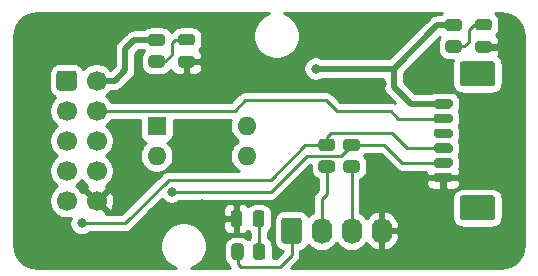
<source format=gbr>
%TF.GenerationSoftware,KiCad,Pcbnew,(5.1.8)-1*%
%TF.CreationDate,2022-04-17T09:09:35+02:00*%
%TF.ProjectId,UPDI-Adapter_V1.0,55504449-2d41-4646-9170-7465725f5631,rev?*%
%TF.SameCoordinates,Original*%
%TF.FileFunction,Copper,L1,Top*%
%TF.FilePolarity,Positive*%
%FSLAX46Y46*%
G04 Gerber Fmt 4.6, Leading zero omitted, Abs format (unit mm)*
G04 Created by KiCad (PCBNEW (5.1.8)-1) date 2022-04-17 09:09:35*
%MOMM*%
%LPD*%
G01*
G04 APERTURE LIST*
%TA.AperFunction,ComponentPad*%
%ADD10C,1.700000*%
%TD*%
%TA.AperFunction,ComponentPad*%
%ADD11O,1.740000X2.190000*%
%TD*%
%TA.AperFunction,ComponentPad*%
%ADD12R,1.600000X1.600000*%
%TD*%
%TA.AperFunction,ComponentPad*%
%ADD13O,1.600000X1.600000*%
%TD*%
%TA.AperFunction,ViaPad*%
%ADD14C,0.800000*%
%TD*%
%TA.AperFunction,Conductor*%
%ADD15C,0.500000*%
%TD*%
%TA.AperFunction,Conductor*%
%ADD16C,0.250000*%
%TD*%
%TA.AperFunction,Conductor*%
%ADD17C,0.254000*%
%TD*%
%TA.AperFunction,Conductor*%
%ADD18C,0.100000*%
%TD*%
G04 APERTURE END LIST*
%TO.P,D1,1*%
%TO.N,GND*%
%TA.AperFunction,SMDPad,CuDef*%
G36*
G01*
X51256250Y-49685000D02*
X50343750Y-49685000D01*
G75*
G02*
X50100000Y-49441250I0J243750D01*
G01*
X50100000Y-48953750D01*
G75*
G02*
X50343750Y-48710000I243750J0D01*
G01*
X51256250Y-48710000D01*
G75*
G02*
X51500000Y-48953750I0J-243750D01*
G01*
X51500000Y-49441250D01*
G75*
G02*
X51256250Y-49685000I-243750J0D01*
G01*
G37*
%TD.AperFunction*%
%TO.P,D1,2*%
%TO.N,Net-(D1-Pad2)*%
%TA.AperFunction,SMDPad,CuDef*%
G36*
G01*
X51256250Y-47810000D02*
X50343750Y-47810000D01*
G75*
G02*
X50100000Y-47566250I0J243750D01*
G01*
X50100000Y-47078750D01*
G75*
G02*
X50343750Y-46835000I243750J0D01*
G01*
X51256250Y-46835000D01*
G75*
G02*
X51500000Y-47078750I0J-243750D01*
G01*
X51500000Y-47566250D01*
G75*
G02*
X51256250Y-47810000I-243750J0D01*
G01*
G37*
%TD.AperFunction*%
%TD*%
%TO.P,D2,2*%
%TO.N,Net-(D2-Pad2)*%
%TA.AperFunction,SMDPad,CuDef*%
G36*
G01*
X76402250Y-46540000D02*
X75489750Y-46540000D01*
G75*
G02*
X75246000Y-46296250I0J243750D01*
G01*
X75246000Y-45808750D01*
G75*
G02*
X75489750Y-45565000I243750J0D01*
G01*
X76402250Y-45565000D01*
G75*
G02*
X76646000Y-45808750I0J-243750D01*
G01*
X76646000Y-46296250D01*
G75*
G02*
X76402250Y-46540000I-243750J0D01*
G01*
G37*
%TD.AperFunction*%
%TO.P,D2,1*%
%TO.N,GND*%
%TA.AperFunction,SMDPad,CuDef*%
G36*
G01*
X76402250Y-48415000D02*
X75489750Y-48415000D01*
G75*
G02*
X75246000Y-48171250I0J243750D01*
G01*
X75246000Y-47683750D01*
G75*
G02*
X75489750Y-47440000I243750J0D01*
G01*
X76402250Y-47440000D01*
G75*
G02*
X76646000Y-47683750I0J-243750D01*
G01*
X76646000Y-48171250D01*
G75*
G02*
X76402250Y-48415000I-243750J0D01*
G01*
G37*
%TD.AperFunction*%
%TD*%
%TO.P,J1,1*%
%TO.N,/EXA_TX*%
%TA.AperFunction,ComponentPad*%
G36*
G01*
X39790000Y-51400000D02*
X39790000Y-50200000D01*
G75*
G02*
X40040000Y-49950000I250000J0D01*
G01*
X41240000Y-49950000D01*
G75*
G02*
X41490000Y-50200000I0J-250000D01*
G01*
X41490000Y-51400000D01*
G75*
G02*
X41240000Y-51650000I-250000J0D01*
G01*
X40040000Y-51650000D01*
G75*
G02*
X39790000Y-51400000I0J250000D01*
G01*
G37*
%TD.AperFunction*%
D10*
%TO.P,J1,3*%
%TO.N,Net-(J1-Pad3)*%
X40640000Y-53340000D03*
%TO.P,J1,5*%
%TO.N,Net-(J1-Pad5)*%
X40640000Y-55880000D03*
%TO.P,J1,7*%
%TO.N,Net-(J1-Pad7)*%
X40640000Y-58420000D03*
%TO.P,J1,9*%
%TO.N,/EXA_RX*%
X40640000Y-60960000D03*
%TO.P,J1,2*%
%TO.N,Net-(J1-Pad2)*%
X43180000Y-50800000D03*
%TO.P,J1,4*%
%TO.N,/UPDI*%
X43180000Y-53340000D03*
%TO.P,J1,6*%
%TO.N,Net-(J1-Pad6)*%
X43180000Y-55880000D03*
%TO.P,J1,8*%
%TO.N,Net-(J1-Pad8)*%
X43180000Y-58420000D03*
%TO.P,J1,10*%
%TO.N,GND*%
X43180000Y-60960000D03*
%TD*%
%TO.P,J2,1*%
%TO.N,/J2_PWR*%
%TA.AperFunction,ComponentPad*%
G36*
G01*
X58820000Y-64345001D02*
X58820000Y-62654999D01*
G75*
G02*
X59069999Y-62405000I249999J0D01*
G01*
X60310001Y-62405000D01*
G75*
G02*
X60560000Y-62654999I0J-249999D01*
G01*
X60560000Y-64345001D01*
G75*
G02*
X60310001Y-64595000I-249999J0D01*
G01*
X59069999Y-64595000D01*
G75*
G02*
X58820000Y-64345001I0J249999D01*
G01*
G37*
%TD.AperFunction*%
D11*
%TO.P,J2,2*%
%TO.N,Net-(J2-Pad2)*%
X62230000Y-63500000D03*
%TO.P,J2,3*%
%TO.N,Net-(J2-Pad3)*%
X64770000Y-63500000D03*
%TO.P,J2,4*%
%TO.N,GND*%
X67310000Y-63500000D03*
%TD*%
%TO.P,R1,1*%
%TO.N,Net-(D1-Pad2)*%
%TA.AperFunction,SMDPad,CuDef*%
G36*
G01*
X48710001Y-49685000D02*
X47809999Y-49685000D01*
G75*
G02*
X47560000Y-49435001I0J249999D01*
G01*
X47560000Y-48909999D01*
G75*
G02*
X47809999Y-48660000I249999J0D01*
G01*
X48710001Y-48660000D01*
G75*
G02*
X48960000Y-48909999I0J-249999D01*
G01*
X48960000Y-49435001D01*
G75*
G02*
X48710001Y-49685000I-249999J0D01*
G01*
G37*
%TD.AperFunction*%
%TO.P,R1,2*%
%TO.N,Net-(J1-Pad2)*%
%TA.AperFunction,SMDPad,CuDef*%
G36*
G01*
X48710001Y-47860000D02*
X47809999Y-47860000D01*
G75*
G02*
X47560000Y-47610001I0J249999D01*
G01*
X47560000Y-47084999D01*
G75*
G02*
X47809999Y-46835000I249999J0D01*
G01*
X48710001Y-46835000D01*
G75*
G02*
X48960000Y-47084999I0J-249999D01*
G01*
X48960000Y-47610001D01*
G75*
G02*
X48710001Y-47860000I-249999J0D01*
G01*
G37*
%TD.AperFunction*%
%TD*%
%TO.P,R2,2*%
%TO.N,VCC*%
%TA.AperFunction,SMDPad,CuDef*%
G36*
G01*
X73856001Y-46590000D02*
X72955999Y-46590000D01*
G75*
G02*
X72706000Y-46340001I0J249999D01*
G01*
X72706000Y-45814999D01*
G75*
G02*
X72955999Y-45565000I249999J0D01*
G01*
X73856001Y-45565000D01*
G75*
G02*
X74106000Y-45814999I0J-249999D01*
G01*
X74106000Y-46340001D01*
G75*
G02*
X73856001Y-46590000I-249999J0D01*
G01*
G37*
%TD.AperFunction*%
%TO.P,R2,1*%
%TO.N,Net-(D2-Pad2)*%
%TA.AperFunction,SMDPad,CuDef*%
G36*
G01*
X73856001Y-48415000D02*
X72955999Y-48415000D01*
G75*
G02*
X72706000Y-48165001I0J249999D01*
G01*
X72706000Y-47639999D01*
G75*
G02*
X72955999Y-47390000I249999J0D01*
G01*
X73856001Y-47390000D01*
G75*
G02*
X74106000Y-47639999I0J-249999D01*
G01*
X74106000Y-48165001D01*
G75*
G02*
X73856001Y-48415000I-249999J0D01*
G01*
G37*
%TD.AperFunction*%
%TD*%
%TO.P,X1,1*%
%TO.N,GND*%
%TA.AperFunction,SMDPad,CuDef*%
G36*
G01*
X73130000Y-59405000D02*
X71930000Y-59405000D01*
G75*
G02*
X71730000Y-59205000I0J200000D01*
G01*
X71730000Y-58805000D01*
G75*
G02*
X71930000Y-58605000I200000J0D01*
G01*
X73130000Y-58605000D01*
G75*
G02*
X73330000Y-58805000I0J-200000D01*
G01*
X73330000Y-59205000D01*
G75*
G02*
X73130000Y-59405000I-200000J0D01*
G01*
G37*
%TD.AperFunction*%
%TO.P,X1,2*%
%TO.N,/Tar_RX*%
%TA.AperFunction,SMDPad,CuDef*%
G36*
G01*
X73130000Y-58155000D02*
X71930000Y-58155000D01*
G75*
G02*
X71730000Y-57955000I0J200000D01*
G01*
X71730000Y-57555000D01*
G75*
G02*
X71930000Y-57355000I200000J0D01*
G01*
X73130000Y-57355000D01*
G75*
G02*
X73330000Y-57555000I0J-200000D01*
G01*
X73330000Y-57955000D01*
G75*
G02*
X73130000Y-58155000I-200000J0D01*
G01*
G37*
%TD.AperFunction*%
%TO.P,X1,3*%
%TO.N,/Tar_TX*%
%TA.AperFunction,SMDPad,CuDef*%
G36*
G01*
X73130000Y-56905000D02*
X71930000Y-56905000D01*
G75*
G02*
X71730000Y-56705000I0J200000D01*
G01*
X71730000Y-56305000D01*
G75*
G02*
X71930000Y-56105000I200000J0D01*
G01*
X73130000Y-56105000D01*
G75*
G02*
X73330000Y-56305000I0J-200000D01*
G01*
X73330000Y-56705000D01*
G75*
G02*
X73130000Y-56905000I-200000J0D01*
G01*
G37*
%TD.AperFunction*%
%TO.P,X1,4*%
%TO.N,Net-(X1-Pad4)*%
%TA.AperFunction,SMDPad,CuDef*%
G36*
G01*
X73130000Y-55655000D02*
X71930000Y-55655000D01*
G75*
G02*
X71730000Y-55455000I0J200000D01*
G01*
X71730000Y-55055000D01*
G75*
G02*
X71930000Y-54855000I200000J0D01*
G01*
X73130000Y-54855000D01*
G75*
G02*
X73330000Y-55055000I0J-200000D01*
G01*
X73330000Y-55455000D01*
G75*
G02*
X73130000Y-55655000I-200000J0D01*
G01*
G37*
%TD.AperFunction*%
%TO.P,X1,5*%
%TO.N,/UPDI*%
%TA.AperFunction,SMDPad,CuDef*%
G36*
G01*
X73130000Y-54405000D02*
X71930000Y-54405000D01*
G75*
G02*
X71730000Y-54205000I0J200000D01*
G01*
X71730000Y-53805000D01*
G75*
G02*
X71930000Y-53605000I200000J0D01*
G01*
X73130000Y-53605000D01*
G75*
G02*
X73330000Y-53805000I0J-200000D01*
G01*
X73330000Y-54205000D01*
G75*
G02*
X73130000Y-54405000I-200000J0D01*
G01*
G37*
%TD.AperFunction*%
%TO.P,X1,6*%
%TO.N,VCC*%
%TA.AperFunction,SMDPad,CuDef*%
G36*
G01*
X73130000Y-53155000D02*
X71930000Y-53155000D01*
G75*
G02*
X71730000Y-52955000I0J200000D01*
G01*
X71730000Y-52555000D01*
G75*
G02*
X71930000Y-52355000I200000J0D01*
G01*
X73130000Y-52355000D01*
G75*
G02*
X73330000Y-52555000I0J-200000D01*
G01*
X73330000Y-52955000D01*
G75*
G02*
X73130000Y-53155000I-200000J0D01*
G01*
G37*
%TD.AperFunction*%
%TO.P,X1,MP*%
%TO.N,N/C*%
%TA.AperFunction,SMDPad,CuDef*%
G36*
G01*
X76680000Y-62605000D02*
X74180000Y-62605000D01*
G75*
G02*
X73930000Y-62355000I0J250000D01*
G01*
X73930000Y-60755000D01*
G75*
G02*
X74180000Y-60505000I250000J0D01*
G01*
X76680000Y-60505000D01*
G75*
G02*
X76930000Y-60755000I0J-250000D01*
G01*
X76930000Y-62355000D01*
G75*
G02*
X76680000Y-62605000I-250000J0D01*
G01*
G37*
%TD.AperFunction*%
%TA.AperFunction,SMDPad,CuDef*%
G36*
G01*
X76680000Y-51255000D02*
X74180000Y-51255000D01*
G75*
G02*
X73930000Y-51005000I0J250000D01*
G01*
X73930000Y-49405000D01*
G75*
G02*
X74180000Y-49155000I250000J0D01*
G01*
X76680000Y-49155000D01*
G75*
G02*
X76930000Y-49405000I0J-250000D01*
G01*
X76930000Y-51005000D01*
G75*
G02*
X76680000Y-51255000I-250000J0D01*
G01*
G37*
%TD.AperFunction*%
%TD*%
%TO.P,R3,1*%
%TO.N,Net-(J2-Pad2)*%
%TA.AperFunction,SMDPad,CuDef*%
G36*
G01*
X63115002Y-58575000D02*
X62215000Y-58575000D01*
G75*
G02*
X61965001Y-58325001I0J249999D01*
G01*
X61965001Y-57799999D01*
G75*
G02*
X62215000Y-57550000I249999J0D01*
G01*
X63115002Y-57550000D01*
G75*
G02*
X63365001Y-57799999I0J-249999D01*
G01*
X63365001Y-58325001D01*
G75*
G02*
X63115002Y-58575000I-249999J0D01*
G01*
G37*
%TD.AperFunction*%
%TO.P,R3,2*%
%TO.N,/Tar_TX*%
%TA.AperFunction,SMDPad,CuDef*%
G36*
G01*
X63115002Y-56750000D02*
X62215000Y-56750000D01*
G75*
G02*
X61965001Y-56500001I0J249999D01*
G01*
X61965001Y-55974999D01*
G75*
G02*
X62215000Y-55725000I249999J0D01*
G01*
X63115002Y-55725000D01*
G75*
G02*
X63365001Y-55974999I0J-249999D01*
G01*
X63365001Y-56500001D01*
G75*
G02*
X63115002Y-56750000I-249999J0D01*
G01*
G37*
%TD.AperFunction*%
%TD*%
%TO.P,R4,2*%
%TO.N,/Tar_RX*%
%TA.AperFunction,SMDPad,CuDef*%
G36*
G01*
X65220001Y-56750000D02*
X64319999Y-56750000D01*
G75*
G02*
X64070000Y-56500001I0J249999D01*
G01*
X64070000Y-55974999D01*
G75*
G02*
X64319999Y-55725000I249999J0D01*
G01*
X65220001Y-55725000D01*
G75*
G02*
X65470000Y-55974999I0J-249999D01*
G01*
X65470000Y-56500001D01*
G75*
G02*
X65220001Y-56750000I-249999J0D01*
G01*
G37*
%TD.AperFunction*%
%TO.P,R4,1*%
%TO.N,Net-(J2-Pad3)*%
%TA.AperFunction,SMDPad,CuDef*%
G36*
G01*
X65220001Y-58575000D02*
X64319999Y-58575000D01*
G75*
G02*
X64070000Y-58325001I0J249999D01*
G01*
X64070000Y-57799999D01*
G75*
G02*
X64319999Y-57550000I249999J0D01*
G01*
X65220001Y-57550000D01*
G75*
G02*
X65470000Y-57799999I0J-249999D01*
G01*
X65470000Y-58325001D01*
G75*
G02*
X65220001Y-58575000I-249999J0D01*
G01*
G37*
%TD.AperFunction*%
%TD*%
D12*
%TO.P,SW1,1*%
%TO.N,Net-(J1-Pad2)*%
X48260000Y-54610000D03*
D13*
%TO.P,SW1,3*%
%TO.N,/J2_PWR*%
X55880000Y-57150000D03*
%TO.P,SW1,2*%
%TO.N,VCC*%
X48260000Y-57150000D03*
%TO.P,SW1,4*%
X55880000Y-54610000D03*
%TD*%
%TO.P,D3,1*%
%TO.N,GND*%
%TA.AperFunction,SMDPad,CuDef*%
G36*
G01*
X54533500Y-62940250D02*
X54533500Y-62027750D01*
G75*
G02*
X54777250Y-61784000I243750J0D01*
G01*
X55264750Y-61784000D01*
G75*
G02*
X55508500Y-62027750I0J-243750D01*
G01*
X55508500Y-62940250D01*
G75*
G02*
X55264750Y-63184000I-243750J0D01*
G01*
X54777250Y-63184000D01*
G75*
G02*
X54533500Y-62940250I0J243750D01*
G01*
G37*
%TD.AperFunction*%
%TO.P,D3,2*%
%TO.N,Net-(D3-Pad2)*%
%TA.AperFunction,SMDPad,CuDef*%
G36*
G01*
X56408500Y-62940250D02*
X56408500Y-62027750D01*
G75*
G02*
X56652250Y-61784000I243750J0D01*
G01*
X57139750Y-61784000D01*
G75*
G02*
X57383500Y-62027750I0J-243750D01*
G01*
X57383500Y-62940250D01*
G75*
G02*
X57139750Y-63184000I-243750J0D01*
G01*
X56652250Y-63184000D01*
G75*
G02*
X56408500Y-62940250I0J243750D01*
G01*
G37*
%TD.AperFunction*%
%TD*%
%TO.P,R5,1*%
%TO.N,Net-(D3-Pad2)*%
%TA.AperFunction,SMDPad,CuDef*%
G36*
G01*
X57455500Y-64827999D02*
X57455500Y-65728001D01*
G75*
G02*
X57205501Y-65978000I-249999J0D01*
G01*
X56680499Y-65978000D01*
G75*
G02*
X56430500Y-65728001I0J249999D01*
G01*
X56430500Y-64827999D01*
G75*
G02*
X56680499Y-64578000I249999J0D01*
G01*
X57205501Y-64578000D01*
G75*
G02*
X57455500Y-64827999I0J-249999D01*
G01*
G37*
%TD.AperFunction*%
%TO.P,R5,2*%
%TO.N,/J2_PWR*%
%TA.AperFunction,SMDPad,CuDef*%
G36*
G01*
X55630500Y-64827999D02*
X55630500Y-65728001D01*
G75*
G02*
X55380501Y-65978000I-249999J0D01*
G01*
X54855499Y-65978000D01*
G75*
G02*
X54605500Y-65728001I0J249999D01*
G01*
X54605500Y-64827999D01*
G75*
G02*
X54855499Y-64578000I249999J0D01*
G01*
X55380501Y-64578000D01*
G75*
G02*
X55630500Y-64827999I0J-249999D01*
G01*
G37*
%TD.AperFunction*%
%TD*%
D14*
%TO.N,GND*%
X46990000Y-51054000D03*
X78232000Y-48006000D03*
X52070000Y-61214000D03*
X67310000Y-51054000D03*
%TO.N,/Tar_TX*%
X41910000Y-62865000D03*
%TO.N,/Tar_RX*%
X49530000Y-60198000D03*
%TO.N,VCC*%
X61722000Y-49784000D03*
%TD*%
D15*
%TO.N,GND*%
X67310000Y-63500000D02*
X70866000Y-63500000D01*
X72530000Y-61836000D02*
X72530000Y-59005000D01*
X70866000Y-63500000D02*
X72530000Y-61836000D01*
X50800000Y-50038000D02*
X50800000Y-49197500D01*
X50800000Y-51054000D02*
X46990000Y-51054000D01*
X50800000Y-50038000D02*
X50800000Y-51054000D01*
X76024500Y-48006000D02*
X75946000Y-47927500D01*
X78232000Y-48006000D02*
X76024500Y-48006000D01*
D16*
X55021000Y-62484000D02*
X53086000Y-62484000D01*
X52070000Y-61468000D02*
X52070000Y-61214000D01*
X53086000Y-62484000D02*
X52070000Y-61468000D01*
D15*
X64262000Y-51054000D02*
X67310000Y-51054000D01*
X50800000Y-51054000D02*
X64262000Y-51054000D01*
D16*
%TO.N,Net-(D1-Pad2)*%
X48260000Y-49172500D02*
X48998500Y-49172500D01*
X48998500Y-49172500D02*
X49530000Y-48641000D01*
X49530000Y-48641000D02*
X49530000Y-47625000D01*
X49832500Y-47322500D02*
X50800000Y-47322500D01*
X49530000Y-47625000D02*
X49832500Y-47322500D01*
%TO.N,Net-(D2-Pad2)*%
X73406000Y-47902500D02*
X74271500Y-47902500D01*
X74271500Y-47902500D02*
X74676000Y-47498000D01*
X74676000Y-47498000D02*
X74676000Y-46482000D01*
X75105500Y-46052500D02*
X75946000Y-46052500D01*
X74676000Y-46482000D02*
X75105500Y-46052500D01*
D15*
%TO.N,Net-(J1-Pad2)*%
X43180000Y-50800000D02*
X44704000Y-50800000D01*
X44704000Y-50800000D02*
X45593000Y-49911000D01*
X45593000Y-49911000D02*
X45593000Y-48133000D01*
X46378500Y-47347500D02*
X48260000Y-47347500D01*
X45593000Y-48133000D02*
X46378500Y-47347500D01*
D16*
%TO.N,/UPDI*%
X68737000Y-54005000D02*
X72530000Y-54005000D01*
X68072000Y-53340000D02*
X68737000Y-54005000D01*
X63500000Y-53340000D02*
X68072000Y-53340000D01*
X62611000Y-52451000D02*
X63500000Y-53340000D01*
X55753000Y-52451000D02*
X62611000Y-52451000D01*
X54864000Y-53340000D02*
X55753000Y-52451000D01*
X43180000Y-53340000D02*
X54864000Y-53340000D01*
%TO.N,/Tar_TX*%
X62665001Y-56237500D02*
X62665001Y-55571999D01*
X62665001Y-55571999D02*
X62992000Y-55245000D01*
X62992000Y-55245000D02*
X68199000Y-55245000D01*
X69459000Y-56505000D02*
X72530000Y-56505000D01*
X68199000Y-55245000D02*
X69459000Y-56505000D01*
X61618500Y-56237500D02*
X62665001Y-56237500D01*
X49276000Y-59182000D02*
X57912000Y-59182000D01*
X45593000Y-62865000D02*
X49276000Y-59182000D01*
X60856500Y-56237500D02*
X61618500Y-56237500D01*
X57912000Y-59182000D02*
X60856500Y-56237500D01*
X41910000Y-62865000D02*
X45593000Y-62865000D01*
%TO.N,/Tar_RX*%
X64770000Y-56237500D02*
X67540500Y-56237500D01*
X69058000Y-57755000D02*
X72530000Y-57755000D01*
X67540500Y-56237500D02*
X69058000Y-57755000D01*
X57658000Y-60198000D02*
X57912000Y-60198000D01*
X49530000Y-60198000D02*
X57658000Y-60198000D01*
X57912000Y-60198000D02*
X60960000Y-57150000D01*
X63857500Y-57150000D02*
X64770000Y-56237500D01*
X60960000Y-57150000D02*
X63857500Y-57150000D01*
D15*
%TO.N,VCC*%
X62287685Y-49784000D02*
X61722000Y-49784000D01*
X68326000Y-49784000D02*
X62287685Y-49784000D01*
X72032500Y-46077500D02*
X68326000Y-49784000D01*
X73406000Y-46077500D02*
X72032500Y-46077500D01*
X68326000Y-49784000D02*
X68326000Y-51308000D01*
X69773000Y-52755000D02*
X72530000Y-52755000D01*
X68326000Y-51308000D02*
X69773000Y-52755000D01*
D16*
%TO.N,Net-(J2-Pad2)*%
X62230000Y-63500000D02*
X62230000Y-60833000D01*
X62665001Y-60397999D02*
X62665001Y-58062500D01*
X62230000Y-60833000D02*
X62665001Y-60397999D01*
%TO.N,Net-(J2-Pad3)*%
X64770000Y-63500000D02*
X64770000Y-58062500D01*
%TO.N,/J2_PWR*%
X55118000Y-65278000D02*
X55118000Y-66294000D01*
X55118000Y-66294000D02*
X55372000Y-66548000D01*
X55372000Y-66548000D02*
X58674000Y-66548000D01*
X59690000Y-65532000D02*
X59690000Y-63500000D01*
X58674000Y-66548000D02*
X59690000Y-65532000D01*
%TO.N,Net-(D3-Pad2)*%
X56943000Y-62531000D02*
X56896000Y-62484000D01*
X56943000Y-65278000D02*
X56943000Y-62531000D01*
%TD*%
D17*
%TO.N,GND*%
X77834545Y-45148909D02*
X78185208Y-45254780D01*
X78508625Y-45426744D01*
X78792484Y-45658254D01*
X79025965Y-45940486D01*
X79200183Y-46262695D01*
X79308502Y-46612614D01*
X79350001Y-47007452D01*
X79350000Y-64737721D01*
X79311091Y-65134545D01*
X79205220Y-65485206D01*
X79033257Y-65808623D01*
X78801748Y-66092482D01*
X78519514Y-66325965D01*
X78197304Y-66500184D01*
X77847385Y-66608502D01*
X77452557Y-66650000D01*
X59646801Y-66650000D01*
X60201004Y-66095798D01*
X60230001Y-66072001D01*
X60285804Y-66004005D01*
X60324974Y-65956277D01*
X60395546Y-65824247D01*
X60403205Y-65798997D01*
X60439003Y-65680986D01*
X60450000Y-65569333D01*
X60450000Y-65569323D01*
X60453676Y-65532000D01*
X60450000Y-65494678D01*
X60450000Y-65219283D01*
X60483255Y-65216008D01*
X60649851Y-65165472D01*
X60803387Y-65083405D01*
X60937962Y-64972962D01*
X61048405Y-64838387D01*
X61106934Y-64728886D01*
X61160655Y-64794345D01*
X61389822Y-64982417D01*
X61651276Y-65122166D01*
X61934969Y-65208224D01*
X62230000Y-65237282D01*
X62525032Y-65208224D01*
X62808725Y-65122166D01*
X63070179Y-64982417D01*
X63299345Y-64794345D01*
X63487417Y-64565179D01*
X63500000Y-64541638D01*
X63512583Y-64565179D01*
X63700655Y-64794345D01*
X63929822Y-64982417D01*
X64191276Y-65122166D01*
X64474969Y-65208224D01*
X64770000Y-65237282D01*
X65065032Y-65208224D01*
X65348725Y-65122166D01*
X65610179Y-64982417D01*
X65839345Y-64794345D01*
X66027417Y-64565179D01*
X66042560Y-64536848D01*
X66135292Y-64677433D01*
X66343674Y-64888306D01*
X66589191Y-65054474D01*
X66862409Y-65169551D01*
X66949969Y-65186302D01*
X67183000Y-65065246D01*
X67183000Y-63627000D01*
X67437000Y-63627000D01*
X67437000Y-65065246D01*
X67670031Y-65186302D01*
X67757591Y-65169551D01*
X68030809Y-65054474D01*
X68276326Y-64888306D01*
X68484708Y-64677433D01*
X68647947Y-64429958D01*
X68759769Y-64155392D01*
X68815877Y-63864286D01*
X68660376Y-63627000D01*
X67437000Y-63627000D01*
X67183000Y-63627000D01*
X67163000Y-63627000D01*
X67163000Y-63373000D01*
X67183000Y-63373000D01*
X67183000Y-61934754D01*
X67437000Y-61934754D01*
X67437000Y-63373000D01*
X68660376Y-63373000D01*
X68815877Y-63135714D01*
X68759769Y-62844608D01*
X68647947Y-62570042D01*
X68484708Y-62322567D01*
X68276326Y-62111694D01*
X68030809Y-61945526D01*
X67757591Y-61830449D01*
X67670031Y-61813698D01*
X67437000Y-61934754D01*
X67183000Y-61934754D01*
X66949969Y-61813698D01*
X66862409Y-61830449D01*
X66589191Y-61945526D01*
X66343674Y-62111694D01*
X66135292Y-62322567D01*
X66042560Y-62463152D01*
X66027417Y-62434821D01*
X65839345Y-62205655D01*
X65610178Y-62017583D01*
X65530000Y-61974727D01*
X65530000Y-60755000D01*
X73291928Y-60755000D01*
X73291928Y-62355000D01*
X73308992Y-62528254D01*
X73359528Y-62694850D01*
X73441595Y-62848386D01*
X73552038Y-62982962D01*
X73686614Y-63093405D01*
X73840150Y-63175472D01*
X74006746Y-63226008D01*
X74180000Y-63243072D01*
X76680000Y-63243072D01*
X76853254Y-63226008D01*
X77019850Y-63175472D01*
X77173386Y-63093405D01*
X77307962Y-62982962D01*
X77418405Y-62848386D01*
X77500472Y-62694850D01*
X77551008Y-62528254D01*
X77568072Y-62355000D01*
X77568072Y-60755000D01*
X77551008Y-60581746D01*
X77500472Y-60415150D01*
X77418405Y-60261614D01*
X77307962Y-60127038D01*
X77173386Y-60016595D01*
X77019850Y-59934528D01*
X76853254Y-59883992D01*
X76680000Y-59866928D01*
X74180000Y-59866928D01*
X74006746Y-59883992D01*
X73840150Y-59934528D01*
X73686614Y-60016595D01*
X73552038Y-60127038D01*
X73441595Y-60261614D01*
X73359528Y-60415150D01*
X73308992Y-60581746D01*
X73291928Y-60755000D01*
X65530000Y-60755000D01*
X65530000Y-59405000D01*
X71091928Y-59405000D01*
X71104188Y-59529482D01*
X71140498Y-59649180D01*
X71199463Y-59759494D01*
X71278815Y-59856185D01*
X71375506Y-59935537D01*
X71485820Y-59994502D01*
X71605518Y-60030812D01*
X71730000Y-60043072D01*
X72244250Y-60040000D01*
X72403000Y-59881250D01*
X72403000Y-59132000D01*
X72657000Y-59132000D01*
X72657000Y-59881250D01*
X72815750Y-60040000D01*
X73330000Y-60043072D01*
X73454482Y-60030812D01*
X73574180Y-59994502D01*
X73684494Y-59935537D01*
X73781185Y-59856185D01*
X73860537Y-59759494D01*
X73919502Y-59649180D01*
X73955812Y-59529482D01*
X73968072Y-59405000D01*
X73965000Y-59290750D01*
X73806250Y-59132000D01*
X72657000Y-59132000D01*
X72403000Y-59132000D01*
X71253750Y-59132000D01*
X71095000Y-59290750D01*
X71091928Y-59405000D01*
X65530000Y-59405000D01*
X65530000Y-59154527D01*
X65559851Y-59145472D01*
X65713387Y-59063405D01*
X65847962Y-58952962D01*
X65958405Y-58818387D01*
X66040472Y-58664851D01*
X66091008Y-58498255D01*
X66108072Y-58325001D01*
X66108072Y-57799999D01*
X66091008Y-57626745D01*
X66040472Y-57460149D01*
X65958405Y-57306613D01*
X65847962Y-57172038D01*
X65821109Y-57150000D01*
X65847962Y-57127962D01*
X65955030Y-56997500D01*
X67225699Y-56997500D01*
X68494201Y-58266003D01*
X68517999Y-58295001D01*
X68546997Y-58318799D01*
X68633723Y-58389974D01*
X68714213Y-58432997D01*
X68765753Y-58460546D01*
X68909014Y-58504003D01*
X69020667Y-58515000D01*
X69020676Y-58515000D01*
X69057999Y-58518676D01*
X69095322Y-58515000D01*
X71100792Y-58515000D01*
X71091928Y-58605000D01*
X71095000Y-58719250D01*
X71253750Y-58878000D01*
X72403000Y-58878000D01*
X72403000Y-58858000D01*
X72657000Y-58858000D01*
X72657000Y-58878000D01*
X73806250Y-58878000D01*
X73965000Y-58719250D01*
X73968072Y-58605000D01*
X73955812Y-58480518D01*
X73919502Y-58360820D01*
X73889145Y-58304027D01*
X73904278Y-58275716D01*
X73951969Y-58118500D01*
X73968072Y-57955000D01*
X73968072Y-57555000D01*
X73951969Y-57391500D01*
X73904278Y-57234284D01*
X73848537Y-57130000D01*
X73904278Y-57025716D01*
X73951969Y-56868500D01*
X73968072Y-56705000D01*
X73968072Y-56305000D01*
X73951969Y-56141500D01*
X73904278Y-55984284D01*
X73848537Y-55880000D01*
X73904278Y-55775716D01*
X73951969Y-55618500D01*
X73968072Y-55455000D01*
X73968072Y-55055000D01*
X73951969Y-54891500D01*
X73904278Y-54734284D01*
X73848537Y-54630000D01*
X73904278Y-54525716D01*
X73951969Y-54368500D01*
X73968072Y-54205000D01*
X73968072Y-53805000D01*
X73951969Y-53641500D01*
X73904278Y-53484284D01*
X73848537Y-53380000D01*
X73904278Y-53275716D01*
X73951969Y-53118500D01*
X73968072Y-52955000D01*
X73968072Y-52555000D01*
X73951969Y-52391500D01*
X73904278Y-52234284D01*
X73826831Y-52089392D01*
X73722606Y-51962394D01*
X73595608Y-51858169D01*
X73450716Y-51780722D01*
X73293500Y-51733031D01*
X73130000Y-51716928D01*
X71930000Y-51716928D01*
X71766500Y-51733031D01*
X71609284Y-51780722D01*
X71464392Y-51858169D01*
X71449976Y-51870000D01*
X70139579Y-51870000D01*
X69211000Y-50941422D01*
X69211000Y-50150578D01*
X72229627Y-47131951D01*
X72217595Y-47146613D01*
X72135528Y-47300149D01*
X72084992Y-47466745D01*
X72067928Y-47639999D01*
X72067928Y-48165001D01*
X72084992Y-48338255D01*
X72135528Y-48504851D01*
X72217595Y-48658387D01*
X72328038Y-48792962D01*
X72462613Y-48903405D01*
X72616149Y-48985472D01*
X72782745Y-49036008D01*
X72955999Y-49053072D01*
X73365984Y-49053072D01*
X73359528Y-49065150D01*
X73308992Y-49231746D01*
X73291928Y-49405000D01*
X73291928Y-51005000D01*
X73308992Y-51178254D01*
X73359528Y-51344850D01*
X73441595Y-51498386D01*
X73552038Y-51632962D01*
X73686614Y-51743405D01*
X73840150Y-51825472D01*
X74006746Y-51876008D01*
X74180000Y-51893072D01*
X76680000Y-51893072D01*
X76853254Y-51876008D01*
X77019850Y-51825472D01*
X77173386Y-51743405D01*
X77307962Y-51632962D01*
X77418405Y-51498386D01*
X77500472Y-51344850D01*
X77551008Y-51178254D01*
X77568072Y-51005000D01*
X77568072Y-49405000D01*
X77551008Y-49231746D01*
X77500472Y-49065150D01*
X77418405Y-48911614D01*
X77307962Y-48777038D01*
X77213807Y-48699768D01*
X77235502Y-48659180D01*
X77271812Y-48539482D01*
X77284072Y-48415000D01*
X77281000Y-48213250D01*
X77122250Y-48054500D01*
X76073000Y-48054500D01*
X76073000Y-48074500D01*
X75819000Y-48074500D01*
X75819000Y-48054500D01*
X75799000Y-48054500D01*
X75799000Y-47800500D01*
X75819000Y-47800500D01*
X75819000Y-47780500D01*
X76073000Y-47780500D01*
X76073000Y-47800500D01*
X77122250Y-47800500D01*
X77281000Y-47641750D01*
X77284072Y-47440000D01*
X77271812Y-47315518D01*
X77235502Y-47195820D01*
X77176537Y-47085506D01*
X77097185Y-46988815D01*
X77019436Y-46925008D01*
X77025792Y-46919792D01*
X77135458Y-46786164D01*
X77216947Y-46633709D01*
X77267128Y-46468285D01*
X77284072Y-46296250D01*
X77284072Y-45808750D01*
X77267128Y-45636715D01*
X77216947Y-45471291D01*
X77135458Y-45318836D01*
X77025792Y-45185208D01*
X76934151Y-45110000D01*
X77437721Y-45110000D01*
X77834545Y-45148909D01*
%TA.AperFunction,Conductor*%
D18*
G36*
X77834545Y-45148909D02*
G01*
X78185208Y-45254780D01*
X78508625Y-45426744D01*
X78792484Y-45658254D01*
X79025965Y-45940486D01*
X79200183Y-46262695D01*
X79308502Y-46612614D01*
X79350001Y-47007452D01*
X79350000Y-64737721D01*
X79311091Y-65134545D01*
X79205220Y-65485206D01*
X79033257Y-65808623D01*
X78801748Y-66092482D01*
X78519514Y-66325965D01*
X78197304Y-66500184D01*
X77847385Y-66608502D01*
X77452557Y-66650000D01*
X59646801Y-66650000D01*
X60201004Y-66095798D01*
X60230001Y-66072001D01*
X60285804Y-66004005D01*
X60324974Y-65956277D01*
X60395546Y-65824247D01*
X60403205Y-65798997D01*
X60439003Y-65680986D01*
X60450000Y-65569333D01*
X60450000Y-65569323D01*
X60453676Y-65532000D01*
X60450000Y-65494678D01*
X60450000Y-65219283D01*
X60483255Y-65216008D01*
X60649851Y-65165472D01*
X60803387Y-65083405D01*
X60937962Y-64972962D01*
X61048405Y-64838387D01*
X61106934Y-64728886D01*
X61160655Y-64794345D01*
X61389822Y-64982417D01*
X61651276Y-65122166D01*
X61934969Y-65208224D01*
X62230000Y-65237282D01*
X62525032Y-65208224D01*
X62808725Y-65122166D01*
X63070179Y-64982417D01*
X63299345Y-64794345D01*
X63487417Y-64565179D01*
X63500000Y-64541638D01*
X63512583Y-64565179D01*
X63700655Y-64794345D01*
X63929822Y-64982417D01*
X64191276Y-65122166D01*
X64474969Y-65208224D01*
X64770000Y-65237282D01*
X65065032Y-65208224D01*
X65348725Y-65122166D01*
X65610179Y-64982417D01*
X65839345Y-64794345D01*
X66027417Y-64565179D01*
X66042560Y-64536848D01*
X66135292Y-64677433D01*
X66343674Y-64888306D01*
X66589191Y-65054474D01*
X66862409Y-65169551D01*
X66949969Y-65186302D01*
X67183000Y-65065246D01*
X67183000Y-63627000D01*
X67437000Y-63627000D01*
X67437000Y-65065246D01*
X67670031Y-65186302D01*
X67757591Y-65169551D01*
X68030809Y-65054474D01*
X68276326Y-64888306D01*
X68484708Y-64677433D01*
X68647947Y-64429958D01*
X68759769Y-64155392D01*
X68815877Y-63864286D01*
X68660376Y-63627000D01*
X67437000Y-63627000D01*
X67183000Y-63627000D01*
X67163000Y-63627000D01*
X67163000Y-63373000D01*
X67183000Y-63373000D01*
X67183000Y-61934754D01*
X67437000Y-61934754D01*
X67437000Y-63373000D01*
X68660376Y-63373000D01*
X68815877Y-63135714D01*
X68759769Y-62844608D01*
X68647947Y-62570042D01*
X68484708Y-62322567D01*
X68276326Y-62111694D01*
X68030809Y-61945526D01*
X67757591Y-61830449D01*
X67670031Y-61813698D01*
X67437000Y-61934754D01*
X67183000Y-61934754D01*
X66949969Y-61813698D01*
X66862409Y-61830449D01*
X66589191Y-61945526D01*
X66343674Y-62111694D01*
X66135292Y-62322567D01*
X66042560Y-62463152D01*
X66027417Y-62434821D01*
X65839345Y-62205655D01*
X65610178Y-62017583D01*
X65530000Y-61974727D01*
X65530000Y-60755000D01*
X73291928Y-60755000D01*
X73291928Y-62355000D01*
X73308992Y-62528254D01*
X73359528Y-62694850D01*
X73441595Y-62848386D01*
X73552038Y-62982962D01*
X73686614Y-63093405D01*
X73840150Y-63175472D01*
X74006746Y-63226008D01*
X74180000Y-63243072D01*
X76680000Y-63243072D01*
X76853254Y-63226008D01*
X77019850Y-63175472D01*
X77173386Y-63093405D01*
X77307962Y-62982962D01*
X77418405Y-62848386D01*
X77500472Y-62694850D01*
X77551008Y-62528254D01*
X77568072Y-62355000D01*
X77568072Y-60755000D01*
X77551008Y-60581746D01*
X77500472Y-60415150D01*
X77418405Y-60261614D01*
X77307962Y-60127038D01*
X77173386Y-60016595D01*
X77019850Y-59934528D01*
X76853254Y-59883992D01*
X76680000Y-59866928D01*
X74180000Y-59866928D01*
X74006746Y-59883992D01*
X73840150Y-59934528D01*
X73686614Y-60016595D01*
X73552038Y-60127038D01*
X73441595Y-60261614D01*
X73359528Y-60415150D01*
X73308992Y-60581746D01*
X73291928Y-60755000D01*
X65530000Y-60755000D01*
X65530000Y-59405000D01*
X71091928Y-59405000D01*
X71104188Y-59529482D01*
X71140498Y-59649180D01*
X71199463Y-59759494D01*
X71278815Y-59856185D01*
X71375506Y-59935537D01*
X71485820Y-59994502D01*
X71605518Y-60030812D01*
X71730000Y-60043072D01*
X72244250Y-60040000D01*
X72403000Y-59881250D01*
X72403000Y-59132000D01*
X72657000Y-59132000D01*
X72657000Y-59881250D01*
X72815750Y-60040000D01*
X73330000Y-60043072D01*
X73454482Y-60030812D01*
X73574180Y-59994502D01*
X73684494Y-59935537D01*
X73781185Y-59856185D01*
X73860537Y-59759494D01*
X73919502Y-59649180D01*
X73955812Y-59529482D01*
X73968072Y-59405000D01*
X73965000Y-59290750D01*
X73806250Y-59132000D01*
X72657000Y-59132000D01*
X72403000Y-59132000D01*
X71253750Y-59132000D01*
X71095000Y-59290750D01*
X71091928Y-59405000D01*
X65530000Y-59405000D01*
X65530000Y-59154527D01*
X65559851Y-59145472D01*
X65713387Y-59063405D01*
X65847962Y-58952962D01*
X65958405Y-58818387D01*
X66040472Y-58664851D01*
X66091008Y-58498255D01*
X66108072Y-58325001D01*
X66108072Y-57799999D01*
X66091008Y-57626745D01*
X66040472Y-57460149D01*
X65958405Y-57306613D01*
X65847962Y-57172038D01*
X65821109Y-57150000D01*
X65847962Y-57127962D01*
X65955030Y-56997500D01*
X67225699Y-56997500D01*
X68494201Y-58266003D01*
X68517999Y-58295001D01*
X68546997Y-58318799D01*
X68633723Y-58389974D01*
X68714213Y-58432997D01*
X68765753Y-58460546D01*
X68909014Y-58504003D01*
X69020667Y-58515000D01*
X69020676Y-58515000D01*
X69057999Y-58518676D01*
X69095322Y-58515000D01*
X71100792Y-58515000D01*
X71091928Y-58605000D01*
X71095000Y-58719250D01*
X71253750Y-58878000D01*
X72403000Y-58878000D01*
X72403000Y-58858000D01*
X72657000Y-58858000D01*
X72657000Y-58878000D01*
X73806250Y-58878000D01*
X73965000Y-58719250D01*
X73968072Y-58605000D01*
X73955812Y-58480518D01*
X73919502Y-58360820D01*
X73889145Y-58304027D01*
X73904278Y-58275716D01*
X73951969Y-58118500D01*
X73968072Y-57955000D01*
X73968072Y-57555000D01*
X73951969Y-57391500D01*
X73904278Y-57234284D01*
X73848537Y-57130000D01*
X73904278Y-57025716D01*
X73951969Y-56868500D01*
X73968072Y-56705000D01*
X73968072Y-56305000D01*
X73951969Y-56141500D01*
X73904278Y-55984284D01*
X73848537Y-55880000D01*
X73904278Y-55775716D01*
X73951969Y-55618500D01*
X73968072Y-55455000D01*
X73968072Y-55055000D01*
X73951969Y-54891500D01*
X73904278Y-54734284D01*
X73848537Y-54630000D01*
X73904278Y-54525716D01*
X73951969Y-54368500D01*
X73968072Y-54205000D01*
X73968072Y-53805000D01*
X73951969Y-53641500D01*
X73904278Y-53484284D01*
X73848537Y-53380000D01*
X73904278Y-53275716D01*
X73951969Y-53118500D01*
X73968072Y-52955000D01*
X73968072Y-52555000D01*
X73951969Y-52391500D01*
X73904278Y-52234284D01*
X73826831Y-52089392D01*
X73722606Y-51962394D01*
X73595608Y-51858169D01*
X73450716Y-51780722D01*
X73293500Y-51733031D01*
X73130000Y-51716928D01*
X71930000Y-51716928D01*
X71766500Y-51733031D01*
X71609284Y-51780722D01*
X71464392Y-51858169D01*
X71449976Y-51870000D01*
X70139579Y-51870000D01*
X69211000Y-50941422D01*
X69211000Y-50150578D01*
X72229627Y-47131951D01*
X72217595Y-47146613D01*
X72135528Y-47300149D01*
X72084992Y-47466745D01*
X72067928Y-47639999D01*
X72067928Y-48165001D01*
X72084992Y-48338255D01*
X72135528Y-48504851D01*
X72217595Y-48658387D01*
X72328038Y-48792962D01*
X72462613Y-48903405D01*
X72616149Y-48985472D01*
X72782745Y-49036008D01*
X72955999Y-49053072D01*
X73365984Y-49053072D01*
X73359528Y-49065150D01*
X73308992Y-49231746D01*
X73291928Y-49405000D01*
X73291928Y-51005000D01*
X73308992Y-51178254D01*
X73359528Y-51344850D01*
X73441595Y-51498386D01*
X73552038Y-51632962D01*
X73686614Y-51743405D01*
X73840150Y-51825472D01*
X74006746Y-51876008D01*
X74180000Y-51893072D01*
X76680000Y-51893072D01*
X76853254Y-51876008D01*
X77019850Y-51825472D01*
X77173386Y-51743405D01*
X77307962Y-51632962D01*
X77418405Y-51498386D01*
X77500472Y-51344850D01*
X77551008Y-51178254D01*
X77568072Y-51005000D01*
X77568072Y-49405000D01*
X77551008Y-49231746D01*
X77500472Y-49065150D01*
X77418405Y-48911614D01*
X77307962Y-48777038D01*
X77213807Y-48699768D01*
X77235502Y-48659180D01*
X77271812Y-48539482D01*
X77284072Y-48415000D01*
X77281000Y-48213250D01*
X77122250Y-48054500D01*
X76073000Y-48054500D01*
X76073000Y-48074500D01*
X75819000Y-48074500D01*
X75819000Y-48054500D01*
X75799000Y-48054500D01*
X75799000Y-47800500D01*
X75819000Y-47800500D01*
X75819000Y-47780500D01*
X76073000Y-47780500D01*
X76073000Y-47800500D01*
X77122250Y-47800500D01*
X77281000Y-47641750D01*
X77284072Y-47440000D01*
X77271812Y-47315518D01*
X77235502Y-47195820D01*
X77176537Y-47085506D01*
X77097185Y-46988815D01*
X77019436Y-46925008D01*
X77025792Y-46919792D01*
X77135458Y-46786164D01*
X77216947Y-46633709D01*
X77267128Y-46468285D01*
X77284072Y-46296250D01*
X77284072Y-45808750D01*
X77267128Y-45636715D01*
X77216947Y-45471291D01*
X77135458Y-45318836D01*
X77025792Y-45185208D01*
X76934151Y-45110000D01*
X77437721Y-45110000D01*
X77834545Y-45148909D01*
G37*
%TD.AperFunction*%
D17*
X57479750Y-45230915D02*
X57154636Y-45448149D01*
X56878149Y-45724636D01*
X56660915Y-46049750D01*
X56511282Y-46410997D01*
X56435000Y-46794495D01*
X56435000Y-47185505D01*
X56511282Y-47569003D01*
X56660915Y-47930250D01*
X56878149Y-48255364D01*
X57154636Y-48531851D01*
X57479750Y-48749085D01*
X57840997Y-48898718D01*
X58224495Y-48975000D01*
X58615505Y-48975000D01*
X58999003Y-48898718D01*
X59360250Y-48749085D01*
X59685364Y-48531851D01*
X59961851Y-48255364D01*
X60179085Y-47930250D01*
X60328718Y-47569003D01*
X60405000Y-47185505D01*
X60405000Y-46794495D01*
X60328718Y-46410997D01*
X60179085Y-46049750D01*
X59961851Y-45724636D01*
X59685364Y-45448149D01*
X59360250Y-45230915D01*
X59068335Y-45110000D01*
X72421909Y-45110000D01*
X72328038Y-45187038D01*
X72323555Y-45192500D01*
X72075969Y-45192500D01*
X72032500Y-45188219D01*
X71989031Y-45192500D01*
X71989023Y-45192500D01*
X71859010Y-45205305D01*
X71692186Y-45255911D01*
X71538441Y-45338089D01*
X71437453Y-45420968D01*
X71437451Y-45420970D01*
X71403683Y-45448683D01*
X71375970Y-45482451D01*
X67959422Y-48899000D01*
X62260454Y-48899000D01*
X62212256Y-48866795D01*
X62023898Y-48788774D01*
X61823939Y-48749000D01*
X61620061Y-48749000D01*
X61420102Y-48788774D01*
X61231744Y-48866795D01*
X61062226Y-48980063D01*
X60918063Y-49124226D01*
X60804795Y-49293744D01*
X60726774Y-49482102D01*
X60687000Y-49682061D01*
X60687000Y-49885939D01*
X60726774Y-50085898D01*
X60804795Y-50274256D01*
X60918063Y-50443774D01*
X61062226Y-50587937D01*
X61231744Y-50701205D01*
X61420102Y-50779226D01*
X61620061Y-50819000D01*
X61823939Y-50819000D01*
X62023898Y-50779226D01*
X62212256Y-50701205D01*
X62260454Y-50669000D01*
X67441001Y-50669000D01*
X67441001Y-51264521D01*
X67436719Y-51308000D01*
X67453805Y-51481490D01*
X67504412Y-51648313D01*
X67586590Y-51802059D01*
X67669468Y-51903046D01*
X67669471Y-51903049D01*
X67697184Y-51936817D01*
X67730951Y-51964529D01*
X68442937Y-52676515D01*
X68364247Y-52634454D01*
X68220986Y-52590997D01*
X68109333Y-52580000D01*
X68109322Y-52580000D01*
X68072000Y-52576324D01*
X68034678Y-52580000D01*
X63814802Y-52580000D01*
X63174803Y-51940002D01*
X63151001Y-51910999D01*
X63035276Y-51816026D01*
X62903247Y-51745454D01*
X62759986Y-51701997D01*
X62648333Y-51691000D01*
X62648322Y-51691000D01*
X62611000Y-51687324D01*
X62573678Y-51691000D01*
X55790323Y-51691000D01*
X55753000Y-51687324D01*
X55715677Y-51691000D01*
X55715667Y-51691000D01*
X55604014Y-51701997D01*
X55460753Y-51745454D01*
X55328724Y-51816026D01*
X55212999Y-51910999D01*
X55189201Y-51939997D01*
X54549199Y-52580000D01*
X44458178Y-52580000D01*
X44333475Y-52393368D01*
X44126632Y-52186525D01*
X43952240Y-52070000D01*
X44126632Y-51953475D01*
X44333475Y-51746632D01*
X44374656Y-51685000D01*
X44660531Y-51685000D01*
X44704000Y-51689281D01*
X44747469Y-51685000D01*
X44747477Y-51685000D01*
X44877490Y-51672195D01*
X45044313Y-51621589D01*
X45198059Y-51539411D01*
X45332817Y-51428817D01*
X45360534Y-51395044D01*
X46188050Y-50567529D01*
X46221817Y-50539817D01*
X46332411Y-50405059D01*
X46414589Y-50251313D01*
X46465195Y-50084490D01*
X46478000Y-49954477D01*
X46478000Y-49954469D01*
X46482281Y-49911000D01*
X46478000Y-49867531D01*
X46478000Y-48499578D01*
X46745079Y-48232500D01*
X47177555Y-48232500D01*
X47182038Y-48237962D01*
X47208891Y-48260000D01*
X47182038Y-48282038D01*
X47071595Y-48416613D01*
X46989528Y-48570149D01*
X46938992Y-48736745D01*
X46921928Y-48909999D01*
X46921928Y-49435001D01*
X46938992Y-49608255D01*
X46989528Y-49774851D01*
X47071595Y-49928387D01*
X47182038Y-50062962D01*
X47316613Y-50173405D01*
X47470149Y-50255472D01*
X47636745Y-50306008D01*
X47809999Y-50323072D01*
X48710001Y-50323072D01*
X48883255Y-50306008D01*
X49049851Y-50255472D01*
X49203387Y-50173405D01*
X49337962Y-50062962D01*
X49448405Y-49928387D01*
X49487864Y-49854565D01*
X49510498Y-49929180D01*
X49569463Y-50039494D01*
X49648815Y-50136185D01*
X49745506Y-50215537D01*
X49855820Y-50274502D01*
X49975518Y-50310812D01*
X50100000Y-50323072D01*
X50514250Y-50320000D01*
X50673000Y-50161250D01*
X50673000Y-49324500D01*
X50927000Y-49324500D01*
X50927000Y-50161250D01*
X51085750Y-50320000D01*
X51500000Y-50323072D01*
X51624482Y-50310812D01*
X51744180Y-50274502D01*
X51854494Y-50215537D01*
X51951185Y-50136185D01*
X52030537Y-50039494D01*
X52089502Y-49929180D01*
X52125812Y-49809482D01*
X52138072Y-49685000D01*
X52135000Y-49483250D01*
X51976250Y-49324500D01*
X50927000Y-49324500D01*
X50673000Y-49324500D01*
X50653000Y-49324500D01*
X50653000Y-49070500D01*
X50673000Y-49070500D01*
X50673000Y-49050500D01*
X50927000Y-49050500D01*
X50927000Y-49070500D01*
X51976250Y-49070500D01*
X52135000Y-48911750D01*
X52138072Y-48710000D01*
X52125812Y-48585518D01*
X52089502Y-48465820D01*
X52030537Y-48355506D01*
X51951185Y-48258815D01*
X51873436Y-48195008D01*
X51879792Y-48189792D01*
X51989458Y-48056164D01*
X52070947Y-47903709D01*
X52121128Y-47738285D01*
X52138072Y-47566250D01*
X52138072Y-47078750D01*
X52121128Y-46906715D01*
X52070947Y-46741291D01*
X51989458Y-46588836D01*
X51879792Y-46455208D01*
X51746164Y-46345542D01*
X51593709Y-46264053D01*
X51428285Y-46213872D01*
X51256250Y-46196928D01*
X50343750Y-46196928D01*
X50171715Y-46213872D01*
X50006291Y-46264053D01*
X49853836Y-46345542D01*
X49720208Y-46455208D01*
X49610542Y-46588836D01*
X49606206Y-46596948D01*
X49540253Y-46616954D01*
X49479350Y-46649508D01*
X49448405Y-46591613D01*
X49337962Y-46457038D01*
X49203387Y-46346595D01*
X49049851Y-46264528D01*
X48883255Y-46213992D01*
X48710001Y-46196928D01*
X47809999Y-46196928D01*
X47636745Y-46213992D01*
X47470149Y-46264528D01*
X47316613Y-46346595D01*
X47182038Y-46457038D01*
X47177555Y-46462500D01*
X46421969Y-46462500D01*
X46378500Y-46458219D01*
X46335031Y-46462500D01*
X46335023Y-46462500D01*
X46205010Y-46475305D01*
X46038187Y-46525911D01*
X45897150Y-46601296D01*
X45884441Y-46608089D01*
X45783453Y-46690968D01*
X45783451Y-46690970D01*
X45749683Y-46718683D01*
X45721970Y-46752451D01*
X44997951Y-47476471D01*
X44964184Y-47504183D01*
X44936471Y-47537951D01*
X44936468Y-47537954D01*
X44853590Y-47638941D01*
X44771412Y-47792687D01*
X44720805Y-47959510D01*
X44703719Y-48133000D01*
X44708001Y-48176479D01*
X44708000Y-49544421D01*
X44359742Y-49892680D01*
X44333475Y-49853368D01*
X44126632Y-49646525D01*
X43883411Y-49484010D01*
X43613158Y-49372068D01*
X43326260Y-49315000D01*
X43033740Y-49315000D01*
X42746842Y-49372068D01*
X42476589Y-49484010D01*
X42233368Y-49646525D01*
X42046285Y-49833608D01*
X41978405Y-49706614D01*
X41867962Y-49572038D01*
X41733386Y-49461595D01*
X41579850Y-49379528D01*
X41413254Y-49328992D01*
X41240000Y-49311928D01*
X40040000Y-49311928D01*
X39866746Y-49328992D01*
X39700150Y-49379528D01*
X39546614Y-49461595D01*
X39412038Y-49572038D01*
X39301595Y-49706614D01*
X39219528Y-49860150D01*
X39168992Y-50026746D01*
X39151928Y-50200000D01*
X39151928Y-51400000D01*
X39168992Y-51573254D01*
X39219528Y-51739850D01*
X39301595Y-51893386D01*
X39412038Y-52027962D01*
X39546614Y-52138405D01*
X39673608Y-52206285D01*
X39486525Y-52393368D01*
X39324010Y-52636589D01*
X39212068Y-52906842D01*
X39155000Y-53193740D01*
X39155000Y-53486260D01*
X39212068Y-53773158D01*
X39324010Y-54043411D01*
X39486525Y-54286632D01*
X39693368Y-54493475D01*
X39867760Y-54610000D01*
X39693368Y-54726525D01*
X39486525Y-54933368D01*
X39324010Y-55176589D01*
X39212068Y-55446842D01*
X39155000Y-55733740D01*
X39155000Y-56026260D01*
X39212068Y-56313158D01*
X39324010Y-56583411D01*
X39486525Y-56826632D01*
X39693368Y-57033475D01*
X39867760Y-57150000D01*
X39693368Y-57266525D01*
X39486525Y-57473368D01*
X39324010Y-57716589D01*
X39212068Y-57986842D01*
X39155000Y-58273740D01*
X39155000Y-58566260D01*
X39212068Y-58853158D01*
X39324010Y-59123411D01*
X39486525Y-59366632D01*
X39693368Y-59573475D01*
X39867760Y-59690000D01*
X39693368Y-59806525D01*
X39486525Y-60013368D01*
X39324010Y-60256589D01*
X39212068Y-60526842D01*
X39155000Y-60813740D01*
X39155000Y-61106260D01*
X39212068Y-61393158D01*
X39324010Y-61663411D01*
X39486525Y-61906632D01*
X39693368Y-62113475D01*
X39936589Y-62275990D01*
X40206842Y-62387932D01*
X40493740Y-62445000D01*
X40786260Y-62445000D01*
X40979626Y-62406537D01*
X40914774Y-62563102D01*
X40875000Y-62763061D01*
X40875000Y-62966939D01*
X40914774Y-63166898D01*
X40992795Y-63355256D01*
X41106063Y-63524774D01*
X41250226Y-63668937D01*
X41419744Y-63782205D01*
X41608102Y-63860226D01*
X41808061Y-63900000D01*
X42011939Y-63900000D01*
X42211898Y-63860226D01*
X42400256Y-63782205D01*
X42569774Y-63668937D01*
X42613711Y-63625000D01*
X45555678Y-63625000D01*
X45593000Y-63628676D01*
X45630322Y-63625000D01*
X45630333Y-63625000D01*
X45741986Y-63614003D01*
X45885247Y-63570546D01*
X46017276Y-63499974D01*
X46133001Y-63405001D01*
X46156804Y-63375997D01*
X47748801Y-61784000D01*
X53895428Y-61784000D01*
X53898500Y-62198250D01*
X54057250Y-62357000D01*
X54894000Y-62357000D01*
X54894000Y-61307750D01*
X54735250Y-61149000D01*
X54533500Y-61145928D01*
X54409018Y-61158188D01*
X54289320Y-61194498D01*
X54179006Y-61253463D01*
X54082315Y-61332815D01*
X54002963Y-61429506D01*
X53943998Y-61539820D01*
X53907688Y-61659518D01*
X53895428Y-61784000D01*
X47748801Y-61784000D01*
X48705621Y-60827181D01*
X48726063Y-60857774D01*
X48870226Y-61001937D01*
X49039744Y-61115205D01*
X49228102Y-61193226D01*
X49428061Y-61233000D01*
X49631939Y-61233000D01*
X49831898Y-61193226D01*
X50020256Y-61115205D01*
X50189774Y-61001937D01*
X50233711Y-60958000D01*
X57874678Y-60958000D01*
X57912000Y-60961676D01*
X57949322Y-60958000D01*
X57949333Y-60958000D01*
X58060986Y-60947003D01*
X58204247Y-60903546D01*
X58336276Y-60832974D01*
X58452001Y-60738001D01*
X58475804Y-60708997D01*
X61274802Y-57910000D01*
X61326929Y-57910000D01*
X61326929Y-58325001D01*
X61343993Y-58498255D01*
X61394529Y-58664851D01*
X61476596Y-58818387D01*
X61587039Y-58952962D01*
X61721614Y-59063405D01*
X61875150Y-59145472D01*
X61905002Y-59154527D01*
X61905001Y-60083198D01*
X61718998Y-60269201D01*
X61690000Y-60292999D01*
X61666202Y-60321997D01*
X61666201Y-60321998D01*
X61595026Y-60408724D01*
X61524454Y-60540754D01*
X61480998Y-60684015D01*
X61466324Y-60833000D01*
X61470001Y-60870332D01*
X61470001Y-61974726D01*
X61389821Y-62017583D01*
X61160655Y-62205655D01*
X61106935Y-62271114D01*
X61048405Y-62161613D01*
X60937962Y-62027038D01*
X60803387Y-61916595D01*
X60649851Y-61834528D01*
X60483255Y-61783992D01*
X60310001Y-61766928D01*
X59069999Y-61766928D01*
X58896745Y-61783992D01*
X58730149Y-61834528D01*
X58576613Y-61916595D01*
X58442038Y-62027038D01*
X58331595Y-62161613D01*
X58249528Y-62315149D01*
X58198992Y-62481745D01*
X58181928Y-62654999D01*
X58181928Y-64345001D01*
X58198992Y-64518255D01*
X58249528Y-64684851D01*
X58331595Y-64838387D01*
X58442038Y-64972962D01*
X58576613Y-65083405D01*
X58730149Y-65165472D01*
X58896745Y-65216008D01*
X58928102Y-65219096D01*
X58359199Y-65788000D01*
X58087663Y-65788000D01*
X58093572Y-65728001D01*
X58093572Y-64827999D01*
X58076508Y-64654745D01*
X58025972Y-64488149D01*
X57943905Y-64334613D01*
X57833462Y-64200038D01*
X57703000Y-64092970D01*
X57703000Y-63613273D01*
X57763292Y-63563792D01*
X57872958Y-63430164D01*
X57954447Y-63277709D01*
X58004628Y-63112285D01*
X58021572Y-62940250D01*
X58021572Y-62027750D01*
X58004628Y-61855715D01*
X57954447Y-61690291D01*
X57872958Y-61537836D01*
X57763292Y-61404208D01*
X57629664Y-61294542D01*
X57477209Y-61213053D01*
X57311785Y-61162872D01*
X57139750Y-61145928D01*
X56652250Y-61145928D01*
X56480215Y-61162872D01*
X56314791Y-61213053D01*
X56162336Y-61294542D01*
X56028708Y-61404208D01*
X56023492Y-61410564D01*
X55959685Y-61332815D01*
X55862994Y-61253463D01*
X55752680Y-61194498D01*
X55632982Y-61158188D01*
X55508500Y-61145928D01*
X55306750Y-61149000D01*
X55148000Y-61307750D01*
X55148000Y-62357000D01*
X55168000Y-62357000D01*
X55168000Y-62611000D01*
X55148000Y-62611000D01*
X55148000Y-63660250D01*
X55306750Y-63819000D01*
X55508500Y-63822072D01*
X55632982Y-63809812D01*
X55752680Y-63773502D01*
X55862994Y-63714537D01*
X55959685Y-63635185D01*
X56023492Y-63557436D01*
X56028708Y-63563792D01*
X56162336Y-63673458D01*
X56183001Y-63684503D01*
X56183000Y-64092970D01*
X56052538Y-64200038D01*
X56030500Y-64226891D01*
X56008462Y-64200038D01*
X55873887Y-64089595D01*
X55720351Y-64007528D01*
X55553755Y-63956992D01*
X55380501Y-63939928D01*
X54855499Y-63939928D01*
X54682245Y-63956992D01*
X54515649Y-64007528D01*
X54362113Y-64089595D01*
X54227538Y-64200038D01*
X54117095Y-64334613D01*
X54035028Y-64488149D01*
X53984492Y-64654745D01*
X53967428Y-64827999D01*
X53967428Y-65728001D01*
X53984492Y-65901255D01*
X54035028Y-66067851D01*
X54117095Y-66221387D01*
X54227538Y-66355962D01*
X54362113Y-66466405D01*
X54378809Y-66475329D01*
X54412454Y-66586246D01*
X54446531Y-66650000D01*
X51194335Y-66650000D01*
X51486250Y-66529085D01*
X51811364Y-66311851D01*
X52087851Y-66035364D01*
X52305085Y-65710250D01*
X52454718Y-65349003D01*
X52531000Y-64965505D01*
X52531000Y-64574495D01*
X52454718Y-64190997D01*
X52305085Y-63829750D01*
X52087851Y-63504636D01*
X51811364Y-63228149D01*
X51745291Y-63184000D01*
X53895428Y-63184000D01*
X53907688Y-63308482D01*
X53943998Y-63428180D01*
X54002963Y-63538494D01*
X54082315Y-63635185D01*
X54179006Y-63714537D01*
X54289320Y-63773502D01*
X54409018Y-63809812D01*
X54533500Y-63822072D01*
X54735250Y-63819000D01*
X54894000Y-63660250D01*
X54894000Y-62611000D01*
X54057250Y-62611000D01*
X53898500Y-62769750D01*
X53895428Y-63184000D01*
X51745291Y-63184000D01*
X51486250Y-63010915D01*
X51125003Y-62861282D01*
X50741505Y-62785000D01*
X50350495Y-62785000D01*
X49966997Y-62861282D01*
X49605750Y-63010915D01*
X49280636Y-63228149D01*
X49004149Y-63504636D01*
X48786915Y-63829750D01*
X48637282Y-64190997D01*
X48561000Y-64574495D01*
X48561000Y-64965505D01*
X48637282Y-65349003D01*
X48786915Y-65710250D01*
X49004149Y-66035364D01*
X49280636Y-66311851D01*
X49605750Y-66529085D01*
X49897665Y-66650000D01*
X38132279Y-66650000D01*
X37735455Y-66611091D01*
X37384794Y-66505220D01*
X37061377Y-66333257D01*
X36777518Y-66101748D01*
X36544035Y-65819514D01*
X36369816Y-65497304D01*
X36261498Y-65147385D01*
X36220000Y-64752557D01*
X36220000Y-47022279D01*
X36258909Y-46625455D01*
X36364780Y-46274792D01*
X36536744Y-45951375D01*
X36768254Y-45667516D01*
X37050486Y-45434035D01*
X37372695Y-45259817D01*
X37722614Y-45151498D01*
X38117443Y-45110000D01*
X57771665Y-45110000D01*
X57479750Y-45230915D01*
%TA.AperFunction,Conductor*%
D18*
G36*
X57479750Y-45230915D02*
G01*
X57154636Y-45448149D01*
X56878149Y-45724636D01*
X56660915Y-46049750D01*
X56511282Y-46410997D01*
X56435000Y-46794495D01*
X56435000Y-47185505D01*
X56511282Y-47569003D01*
X56660915Y-47930250D01*
X56878149Y-48255364D01*
X57154636Y-48531851D01*
X57479750Y-48749085D01*
X57840997Y-48898718D01*
X58224495Y-48975000D01*
X58615505Y-48975000D01*
X58999003Y-48898718D01*
X59360250Y-48749085D01*
X59685364Y-48531851D01*
X59961851Y-48255364D01*
X60179085Y-47930250D01*
X60328718Y-47569003D01*
X60405000Y-47185505D01*
X60405000Y-46794495D01*
X60328718Y-46410997D01*
X60179085Y-46049750D01*
X59961851Y-45724636D01*
X59685364Y-45448149D01*
X59360250Y-45230915D01*
X59068335Y-45110000D01*
X72421909Y-45110000D01*
X72328038Y-45187038D01*
X72323555Y-45192500D01*
X72075969Y-45192500D01*
X72032500Y-45188219D01*
X71989031Y-45192500D01*
X71989023Y-45192500D01*
X71859010Y-45205305D01*
X71692186Y-45255911D01*
X71538441Y-45338089D01*
X71437453Y-45420968D01*
X71437451Y-45420970D01*
X71403683Y-45448683D01*
X71375970Y-45482451D01*
X67959422Y-48899000D01*
X62260454Y-48899000D01*
X62212256Y-48866795D01*
X62023898Y-48788774D01*
X61823939Y-48749000D01*
X61620061Y-48749000D01*
X61420102Y-48788774D01*
X61231744Y-48866795D01*
X61062226Y-48980063D01*
X60918063Y-49124226D01*
X60804795Y-49293744D01*
X60726774Y-49482102D01*
X60687000Y-49682061D01*
X60687000Y-49885939D01*
X60726774Y-50085898D01*
X60804795Y-50274256D01*
X60918063Y-50443774D01*
X61062226Y-50587937D01*
X61231744Y-50701205D01*
X61420102Y-50779226D01*
X61620061Y-50819000D01*
X61823939Y-50819000D01*
X62023898Y-50779226D01*
X62212256Y-50701205D01*
X62260454Y-50669000D01*
X67441001Y-50669000D01*
X67441001Y-51264521D01*
X67436719Y-51308000D01*
X67453805Y-51481490D01*
X67504412Y-51648313D01*
X67586590Y-51802059D01*
X67669468Y-51903046D01*
X67669471Y-51903049D01*
X67697184Y-51936817D01*
X67730951Y-51964529D01*
X68442937Y-52676515D01*
X68364247Y-52634454D01*
X68220986Y-52590997D01*
X68109333Y-52580000D01*
X68109322Y-52580000D01*
X68072000Y-52576324D01*
X68034678Y-52580000D01*
X63814802Y-52580000D01*
X63174803Y-51940002D01*
X63151001Y-51910999D01*
X63035276Y-51816026D01*
X62903247Y-51745454D01*
X62759986Y-51701997D01*
X62648333Y-51691000D01*
X62648322Y-51691000D01*
X62611000Y-51687324D01*
X62573678Y-51691000D01*
X55790323Y-51691000D01*
X55753000Y-51687324D01*
X55715677Y-51691000D01*
X55715667Y-51691000D01*
X55604014Y-51701997D01*
X55460753Y-51745454D01*
X55328724Y-51816026D01*
X55212999Y-51910999D01*
X55189201Y-51939997D01*
X54549199Y-52580000D01*
X44458178Y-52580000D01*
X44333475Y-52393368D01*
X44126632Y-52186525D01*
X43952240Y-52070000D01*
X44126632Y-51953475D01*
X44333475Y-51746632D01*
X44374656Y-51685000D01*
X44660531Y-51685000D01*
X44704000Y-51689281D01*
X44747469Y-51685000D01*
X44747477Y-51685000D01*
X44877490Y-51672195D01*
X45044313Y-51621589D01*
X45198059Y-51539411D01*
X45332817Y-51428817D01*
X45360534Y-51395044D01*
X46188050Y-50567529D01*
X46221817Y-50539817D01*
X46332411Y-50405059D01*
X46414589Y-50251313D01*
X46465195Y-50084490D01*
X46478000Y-49954477D01*
X46478000Y-49954469D01*
X46482281Y-49911000D01*
X46478000Y-49867531D01*
X46478000Y-48499578D01*
X46745079Y-48232500D01*
X47177555Y-48232500D01*
X47182038Y-48237962D01*
X47208891Y-48260000D01*
X47182038Y-48282038D01*
X47071595Y-48416613D01*
X46989528Y-48570149D01*
X46938992Y-48736745D01*
X46921928Y-48909999D01*
X46921928Y-49435001D01*
X46938992Y-49608255D01*
X46989528Y-49774851D01*
X47071595Y-49928387D01*
X47182038Y-50062962D01*
X47316613Y-50173405D01*
X47470149Y-50255472D01*
X47636745Y-50306008D01*
X47809999Y-50323072D01*
X48710001Y-50323072D01*
X48883255Y-50306008D01*
X49049851Y-50255472D01*
X49203387Y-50173405D01*
X49337962Y-50062962D01*
X49448405Y-49928387D01*
X49487864Y-49854565D01*
X49510498Y-49929180D01*
X49569463Y-50039494D01*
X49648815Y-50136185D01*
X49745506Y-50215537D01*
X49855820Y-50274502D01*
X49975518Y-50310812D01*
X50100000Y-50323072D01*
X50514250Y-50320000D01*
X50673000Y-50161250D01*
X50673000Y-49324500D01*
X50927000Y-49324500D01*
X50927000Y-50161250D01*
X51085750Y-50320000D01*
X51500000Y-50323072D01*
X51624482Y-50310812D01*
X51744180Y-50274502D01*
X51854494Y-50215537D01*
X51951185Y-50136185D01*
X52030537Y-50039494D01*
X52089502Y-49929180D01*
X52125812Y-49809482D01*
X52138072Y-49685000D01*
X52135000Y-49483250D01*
X51976250Y-49324500D01*
X50927000Y-49324500D01*
X50673000Y-49324500D01*
X50653000Y-49324500D01*
X50653000Y-49070500D01*
X50673000Y-49070500D01*
X50673000Y-49050500D01*
X50927000Y-49050500D01*
X50927000Y-49070500D01*
X51976250Y-49070500D01*
X52135000Y-48911750D01*
X52138072Y-48710000D01*
X52125812Y-48585518D01*
X52089502Y-48465820D01*
X52030537Y-48355506D01*
X51951185Y-48258815D01*
X51873436Y-48195008D01*
X51879792Y-48189792D01*
X51989458Y-48056164D01*
X52070947Y-47903709D01*
X52121128Y-47738285D01*
X52138072Y-47566250D01*
X52138072Y-47078750D01*
X52121128Y-46906715D01*
X52070947Y-46741291D01*
X51989458Y-46588836D01*
X51879792Y-46455208D01*
X51746164Y-46345542D01*
X51593709Y-46264053D01*
X51428285Y-46213872D01*
X51256250Y-46196928D01*
X50343750Y-46196928D01*
X50171715Y-46213872D01*
X50006291Y-46264053D01*
X49853836Y-46345542D01*
X49720208Y-46455208D01*
X49610542Y-46588836D01*
X49606206Y-46596948D01*
X49540253Y-46616954D01*
X49479350Y-46649508D01*
X49448405Y-46591613D01*
X49337962Y-46457038D01*
X49203387Y-46346595D01*
X49049851Y-46264528D01*
X48883255Y-46213992D01*
X48710001Y-46196928D01*
X47809999Y-46196928D01*
X47636745Y-46213992D01*
X47470149Y-46264528D01*
X47316613Y-46346595D01*
X47182038Y-46457038D01*
X47177555Y-46462500D01*
X46421969Y-46462500D01*
X46378500Y-46458219D01*
X46335031Y-46462500D01*
X46335023Y-46462500D01*
X46205010Y-46475305D01*
X46038187Y-46525911D01*
X45897150Y-46601296D01*
X45884441Y-46608089D01*
X45783453Y-46690968D01*
X45783451Y-46690970D01*
X45749683Y-46718683D01*
X45721970Y-46752451D01*
X44997951Y-47476471D01*
X44964184Y-47504183D01*
X44936471Y-47537951D01*
X44936468Y-47537954D01*
X44853590Y-47638941D01*
X44771412Y-47792687D01*
X44720805Y-47959510D01*
X44703719Y-48133000D01*
X44708001Y-48176479D01*
X44708000Y-49544421D01*
X44359742Y-49892680D01*
X44333475Y-49853368D01*
X44126632Y-49646525D01*
X43883411Y-49484010D01*
X43613158Y-49372068D01*
X43326260Y-49315000D01*
X43033740Y-49315000D01*
X42746842Y-49372068D01*
X42476589Y-49484010D01*
X42233368Y-49646525D01*
X42046285Y-49833608D01*
X41978405Y-49706614D01*
X41867962Y-49572038D01*
X41733386Y-49461595D01*
X41579850Y-49379528D01*
X41413254Y-49328992D01*
X41240000Y-49311928D01*
X40040000Y-49311928D01*
X39866746Y-49328992D01*
X39700150Y-49379528D01*
X39546614Y-49461595D01*
X39412038Y-49572038D01*
X39301595Y-49706614D01*
X39219528Y-49860150D01*
X39168992Y-50026746D01*
X39151928Y-50200000D01*
X39151928Y-51400000D01*
X39168992Y-51573254D01*
X39219528Y-51739850D01*
X39301595Y-51893386D01*
X39412038Y-52027962D01*
X39546614Y-52138405D01*
X39673608Y-52206285D01*
X39486525Y-52393368D01*
X39324010Y-52636589D01*
X39212068Y-52906842D01*
X39155000Y-53193740D01*
X39155000Y-53486260D01*
X39212068Y-53773158D01*
X39324010Y-54043411D01*
X39486525Y-54286632D01*
X39693368Y-54493475D01*
X39867760Y-54610000D01*
X39693368Y-54726525D01*
X39486525Y-54933368D01*
X39324010Y-55176589D01*
X39212068Y-55446842D01*
X39155000Y-55733740D01*
X39155000Y-56026260D01*
X39212068Y-56313158D01*
X39324010Y-56583411D01*
X39486525Y-56826632D01*
X39693368Y-57033475D01*
X39867760Y-57150000D01*
X39693368Y-57266525D01*
X39486525Y-57473368D01*
X39324010Y-57716589D01*
X39212068Y-57986842D01*
X39155000Y-58273740D01*
X39155000Y-58566260D01*
X39212068Y-58853158D01*
X39324010Y-59123411D01*
X39486525Y-59366632D01*
X39693368Y-59573475D01*
X39867760Y-59690000D01*
X39693368Y-59806525D01*
X39486525Y-60013368D01*
X39324010Y-60256589D01*
X39212068Y-60526842D01*
X39155000Y-60813740D01*
X39155000Y-61106260D01*
X39212068Y-61393158D01*
X39324010Y-61663411D01*
X39486525Y-61906632D01*
X39693368Y-62113475D01*
X39936589Y-62275990D01*
X40206842Y-62387932D01*
X40493740Y-62445000D01*
X40786260Y-62445000D01*
X40979626Y-62406537D01*
X40914774Y-62563102D01*
X40875000Y-62763061D01*
X40875000Y-62966939D01*
X40914774Y-63166898D01*
X40992795Y-63355256D01*
X41106063Y-63524774D01*
X41250226Y-63668937D01*
X41419744Y-63782205D01*
X41608102Y-63860226D01*
X41808061Y-63900000D01*
X42011939Y-63900000D01*
X42211898Y-63860226D01*
X42400256Y-63782205D01*
X42569774Y-63668937D01*
X42613711Y-63625000D01*
X45555678Y-63625000D01*
X45593000Y-63628676D01*
X45630322Y-63625000D01*
X45630333Y-63625000D01*
X45741986Y-63614003D01*
X45885247Y-63570546D01*
X46017276Y-63499974D01*
X46133001Y-63405001D01*
X46156804Y-63375997D01*
X47748801Y-61784000D01*
X53895428Y-61784000D01*
X53898500Y-62198250D01*
X54057250Y-62357000D01*
X54894000Y-62357000D01*
X54894000Y-61307750D01*
X54735250Y-61149000D01*
X54533500Y-61145928D01*
X54409018Y-61158188D01*
X54289320Y-61194498D01*
X54179006Y-61253463D01*
X54082315Y-61332815D01*
X54002963Y-61429506D01*
X53943998Y-61539820D01*
X53907688Y-61659518D01*
X53895428Y-61784000D01*
X47748801Y-61784000D01*
X48705621Y-60827181D01*
X48726063Y-60857774D01*
X48870226Y-61001937D01*
X49039744Y-61115205D01*
X49228102Y-61193226D01*
X49428061Y-61233000D01*
X49631939Y-61233000D01*
X49831898Y-61193226D01*
X50020256Y-61115205D01*
X50189774Y-61001937D01*
X50233711Y-60958000D01*
X57874678Y-60958000D01*
X57912000Y-60961676D01*
X57949322Y-60958000D01*
X57949333Y-60958000D01*
X58060986Y-60947003D01*
X58204247Y-60903546D01*
X58336276Y-60832974D01*
X58452001Y-60738001D01*
X58475804Y-60708997D01*
X61274802Y-57910000D01*
X61326929Y-57910000D01*
X61326929Y-58325001D01*
X61343993Y-58498255D01*
X61394529Y-58664851D01*
X61476596Y-58818387D01*
X61587039Y-58952962D01*
X61721614Y-59063405D01*
X61875150Y-59145472D01*
X61905002Y-59154527D01*
X61905001Y-60083198D01*
X61718998Y-60269201D01*
X61690000Y-60292999D01*
X61666202Y-60321997D01*
X61666201Y-60321998D01*
X61595026Y-60408724D01*
X61524454Y-60540754D01*
X61480998Y-60684015D01*
X61466324Y-60833000D01*
X61470001Y-60870332D01*
X61470001Y-61974726D01*
X61389821Y-62017583D01*
X61160655Y-62205655D01*
X61106935Y-62271114D01*
X61048405Y-62161613D01*
X60937962Y-62027038D01*
X60803387Y-61916595D01*
X60649851Y-61834528D01*
X60483255Y-61783992D01*
X60310001Y-61766928D01*
X59069999Y-61766928D01*
X58896745Y-61783992D01*
X58730149Y-61834528D01*
X58576613Y-61916595D01*
X58442038Y-62027038D01*
X58331595Y-62161613D01*
X58249528Y-62315149D01*
X58198992Y-62481745D01*
X58181928Y-62654999D01*
X58181928Y-64345001D01*
X58198992Y-64518255D01*
X58249528Y-64684851D01*
X58331595Y-64838387D01*
X58442038Y-64972962D01*
X58576613Y-65083405D01*
X58730149Y-65165472D01*
X58896745Y-65216008D01*
X58928102Y-65219096D01*
X58359199Y-65788000D01*
X58087663Y-65788000D01*
X58093572Y-65728001D01*
X58093572Y-64827999D01*
X58076508Y-64654745D01*
X58025972Y-64488149D01*
X57943905Y-64334613D01*
X57833462Y-64200038D01*
X57703000Y-64092970D01*
X57703000Y-63613273D01*
X57763292Y-63563792D01*
X57872958Y-63430164D01*
X57954447Y-63277709D01*
X58004628Y-63112285D01*
X58021572Y-62940250D01*
X58021572Y-62027750D01*
X58004628Y-61855715D01*
X57954447Y-61690291D01*
X57872958Y-61537836D01*
X57763292Y-61404208D01*
X57629664Y-61294542D01*
X57477209Y-61213053D01*
X57311785Y-61162872D01*
X57139750Y-61145928D01*
X56652250Y-61145928D01*
X56480215Y-61162872D01*
X56314791Y-61213053D01*
X56162336Y-61294542D01*
X56028708Y-61404208D01*
X56023492Y-61410564D01*
X55959685Y-61332815D01*
X55862994Y-61253463D01*
X55752680Y-61194498D01*
X55632982Y-61158188D01*
X55508500Y-61145928D01*
X55306750Y-61149000D01*
X55148000Y-61307750D01*
X55148000Y-62357000D01*
X55168000Y-62357000D01*
X55168000Y-62611000D01*
X55148000Y-62611000D01*
X55148000Y-63660250D01*
X55306750Y-63819000D01*
X55508500Y-63822072D01*
X55632982Y-63809812D01*
X55752680Y-63773502D01*
X55862994Y-63714537D01*
X55959685Y-63635185D01*
X56023492Y-63557436D01*
X56028708Y-63563792D01*
X56162336Y-63673458D01*
X56183001Y-63684503D01*
X56183000Y-64092970D01*
X56052538Y-64200038D01*
X56030500Y-64226891D01*
X56008462Y-64200038D01*
X55873887Y-64089595D01*
X55720351Y-64007528D01*
X55553755Y-63956992D01*
X55380501Y-63939928D01*
X54855499Y-63939928D01*
X54682245Y-63956992D01*
X54515649Y-64007528D01*
X54362113Y-64089595D01*
X54227538Y-64200038D01*
X54117095Y-64334613D01*
X54035028Y-64488149D01*
X53984492Y-64654745D01*
X53967428Y-64827999D01*
X53967428Y-65728001D01*
X53984492Y-65901255D01*
X54035028Y-66067851D01*
X54117095Y-66221387D01*
X54227538Y-66355962D01*
X54362113Y-66466405D01*
X54378809Y-66475329D01*
X54412454Y-66586246D01*
X54446531Y-66650000D01*
X51194335Y-66650000D01*
X51486250Y-66529085D01*
X51811364Y-66311851D01*
X52087851Y-66035364D01*
X52305085Y-65710250D01*
X52454718Y-65349003D01*
X52531000Y-64965505D01*
X52531000Y-64574495D01*
X52454718Y-64190997D01*
X52305085Y-63829750D01*
X52087851Y-63504636D01*
X51811364Y-63228149D01*
X51745291Y-63184000D01*
X53895428Y-63184000D01*
X53907688Y-63308482D01*
X53943998Y-63428180D01*
X54002963Y-63538494D01*
X54082315Y-63635185D01*
X54179006Y-63714537D01*
X54289320Y-63773502D01*
X54409018Y-63809812D01*
X54533500Y-63822072D01*
X54735250Y-63819000D01*
X54894000Y-63660250D01*
X54894000Y-62611000D01*
X54057250Y-62611000D01*
X53898500Y-62769750D01*
X53895428Y-63184000D01*
X51745291Y-63184000D01*
X51486250Y-63010915D01*
X51125003Y-62861282D01*
X50741505Y-62785000D01*
X50350495Y-62785000D01*
X49966997Y-62861282D01*
X49605750Y-63010915D01*
X49280636Y-63228149D01*
X49004149Y-63504636D01*
X48786915Y-63829750D01*
X48637282Y-64190997D01*
X48561000Y-64574495D01*
X48561000Y-64965505D01*
X48637282Y-65349003D01*
X48786915Y-65710250D01*
X49004149Y-66035364D01*
X49280636Y-66311851D01*
X49605750Y-66529085D01*
X49897665Y-66650000D01*
X38132279Y-66650000D01*
X37735455Y-66611091D01*
X37384794Y-66505220D01*
X37061377Y-66333257D01*
X36777518Y-66101748D01*
X36544035Y-65819514D01*
X36369816Y-65497304D01*
X36261498Y-65147385D01*
X36220000Y-64752557D01*
X36220000Y-47022279D01*
X36258909Y-46625455D01*
X36364780Y-46274792D01*
X36536744Y-45951375D01*
X36768254Y-45667516D01*
X37050486Y-45434035D01*
X37372695Y-45259817D01*
X37722614Y-45151498D01*
X38117443Y-45110000D01*
X57771665Y-45110000D01*
X57479750Y-45230915D01*
G37*
%TD.AperFunction*%
D17*
X46821928Y-55410000D02*
X46834188Y-55534482D01*
X46870498Y-55654180D01*
X46929463Y-55764494D01*
X47008815Y-55861185D01*
X47105506Y-55940537D01*
X47215820Y-55999502D01*
X47335518Y-56035812D01*
X47343961Y-56036643D01*
X47145363Y-56235241D01*
X46988320Y-56470273D01*
X46880147Y-56731426D01*
X46825000Y-57008665D01*
X46825000Y-57291335D01*
X46880147Y-57568574D01*
X46988320Y-57829727D01*
X47145363Y-58064759D01*
X47345241Y-58264637D01*
X47580273Y-58421680D01*
X47841426Y-58529853D01*
X48118665Y-58585000D01*
X48401335Y-58585000D01*
X48678574Y-58529853D01*
X48939727Y-58421680D01*
X49174759Y-58264637D01*
X49374637Y-58064759D01*
X49531680Y-57829727D01*
X49639853Y-57568574D01*
X49695000Y-57291335D01*
X49695000Y-57008665D01*
X49639853Y-56731426D01*
X49531680Y-56470273D01*
X49374637Y-56235241D01*
X49176039Y-56036643D01*
X49184482Y-56035812D01*
X49304180Y-55999502D01*
X49414494Y-55940537D01*
X49511185Y-55861185D01*
X49590537Y-55764494D01*
X49649502Y-55654180D01*
X49685812Y-55534482D01*
X49698072Y-55410000D01*
X49698072Y-54100000D01*
X54538017Y-54100000D01*
X54500147Y-54191426D01*
X54445000Y-54468665D01*
X54445000Y-54751335D01*
X54500147Y-55028574D01*
X54608320Y-55289727D01*
X54765363Y-55524759D01*
X54965241Y-55724637D01*
X55197759Y-55880000D01*
X54965241Y-56035363D01*
X54765363Y-56235241D01*
X54608320Y-56470273D01*
X54500147Y-56731426D01*
X54445000Y-57008665D01*
X54445000Y-57291335D01*
X54500147Y-57568574D01*
X54608320Y-57829727D01*
X54765363Y-58064759D01*
X54965241Y-58264637D01*
X55200273Y-58421680D01*
X55201046Y-58422000D01*
X49313333Y-58422000D01*
X49276000Y-58418323D01*
X49238667Y-58422000D01*
X49127014Y-58432997D01*
X48983753Y-58476454D01*
X48851724Y-58547026D01*
X48735999Y-58641999D01*
X48712201Y-58670997D01*
X45278199Y-62105000D01*
X43992448Y-62105000D01*
X44028792Y-61988397D01*
X43180000Y-61139605D01*
X43165858Y-61153748D01*
X42986253Y-60974143D01*
X43000395Y-60960000D01*
X43359605Y-60960000D01*
X44208397Y-61808792D01*
X44457472Y-61731157D01*
X44583371Y-61467117D01*
X44655339Y-61183589D01*
X44670611Y-60891469D01*
X44628599Y-60601981D01*
X44530919Y-60326253D01*
X44457472Y-60188843D01*
X44208397Y-60111208D01*
X43359605Y-60960000D01*
X43000395Y-60960000D01*
X42151603Y-60111208D01*
X41909311Y-60186729D01*
X41793475Y-60013368D01*
X41586632Y-59806525D01*
X41412240Y-59690000D01*
X41586632Y-59573475D01*
X41793475Y-59366632D01*
X41910000Y-59192240D01*
X42026525Y-59366632D01*
X42233368Y-59573475D01*
X42406729Y-59689311D01*
X42331208Y-59931603D01*
X43180000Y-60780395D01*
X44028792Y-59931603D01*
X43953271Y-59689311D01*
X44126632Y-59573475D01*
X44333475Y-59366632D01*
X44495990Y-59123411D01*
X44607932Y-58853158D01*
X44665000Y-58566260D01*
X44665000Y-58273740D01*
X44607932Y-57986842D01*
X44495990Y-57716589D01*
X44333475Y-57473368D01*
X44126632Y-57266525D01*
X43952240Y-57150000D01*
X44126632Y-57033475D01*
X44333475Y-56826632D01*
X44495990Y-56583411D01*
X44607932Y-56313158D01*
X44665000Y-56026260D01*
X44665000Y-55733740D01*
X44607932Y-55446842D01*
X44495990Y-55176589D01*
X44333475Y-54933368D01*
X44126632Y-54726525D01*
X43952240Y-54610000D01*
X44126632Y-54493475D01*
X44333475Y-54286632D01*
X44458178Y-54100000D01*
X46821928Y-54100000D01*
X46821928Y-55410000D01*
%TA.AperFunction,Conductor*%
D18*
G36*
X46821928Y-55410000D02*
G01*
X46834188Y-55534482D01*
X46870498Y-55654180D01*
X46929463Y-55764494D01*
X47008815Y-55861185D01*
X47105506Y-55940537D01*
X47215820Y-55999502D01*
X47335518Y-56035812D01*
X47343961Y-56036643D01*
X47145363Y-56235241D01*
X46988320Y-56470273D01*
X46880147Y-56731426D01*
X46825000Y-57008665D01*
X46825000Y-57291335D01*
X46880147Y-57568574D01*
X46988320Y-57829727D01*
X47145363Y-58064759D01*
X47345241Y-58264637D01*
X47580273Y-58421680D01*
X47841426Y-58529853D01*
X48118665Y-58585000D01*
X48401335Y-58585000D01*
X48678574Y-58529853D01*
X48939727Y-58421680D01*
X49174759Y-58264637D01*
X49374637Y-58064759D01*
X49531680Y-57829727D01*
X49639853Y-57568574D01*
X49695000Y-57291335D01*
X49695000Y-57008665D01*
X49639853Y-56731426D01*
X49531680Y-56470273D01*
X49374637Y-56235241D01*
X49176039Y-56036643D01*
X49184482Y-56035812D01*
X49304180Y-55999502D01*
X49414494Y-55940537D01*
X49511185Y-55861185D01*
X49590537Y-55764494D01*
X49649502Y-55654180D01*
X49685812Y-55534482D01*
X49698072Y-55410000D01*
X49698072Y-54100000D01*
X54538017Y-54100000D01*
X54500147Y-54191426D01*
X54445000Y-54468665D01*
X54445000Y-54751335D01*
X54500147Y-55028574D01*
X54608320Y-55289727D01*
X54765363Y-55524759D01*
X54965241Y-55724637D01*
X55197759Y-55880000D01*
X54965241Y-56035363D01*
X54765363Y-56235241D01*
X54608320Y-56470273D01*
X54500147Y-56731426D01*
X54445000Y-57008665D01*
X54445000Y-57291335D01*
X54500147Y-57568574D01*
X54608320Y-57829727D01*
X54765363Y-58064759D01*
X54965241Y-58264637D01*
X55200273Y-58421680D01*
X55201046Y-58422000D01*
X49313333Y-58422000D01*
X49276000Y-58418323D01*
X49238667Y-58422000D01*
X49127014Y-58432997D01*
X48983753Y-58476454D01*
X48851724Y-58547026D01*
X48735999Y-58641999D01*
X48712201Y-58670997D01*
X45278199Y-62105000D01*
X43992448Y-62105000D01*
X44028792Y-61988397D01*
X43180000Y-61139605D01*
X43165858Y-61153748D01*
X42986253Y-60974143D01*
X43000395Y-60960000D01*
X43359605Y-60960000D01*
X44208397Y-61808792D01*
X44457472Y-61731157D01*
X44583371Y-61467117D01*
X44655339Y-61183589D01*
X44670611Y-60891469D01*
X44628599Y-60601981D01*
X44530919Y-60326253D01*
X44457472Y-60188843D01*
X44208397Y-60111208D01*
X43359605Y-60960000D01*
X43000395Y-60960000D01*
X42151603Y-60111208D01*
X41909311Y-60186729D01*
X41793475Y-60013368D01*
X41586632Y-59806525D01*
X41412240Y-59690000D01*
X41586632Y-59573475D01*
X41793475Y-59366632D01*
X41910000Y-59192240D01*
X42026525Y-59366632D01*
X42233368Y-59573475D01*
X42406729Y-59689311D01*
X42331208Y-59931603D01*
X43180000Y-60780395D01*
X44028792Y-59931603D01*
X43953271Y-59689311D01*
X44126632Y-59573475D01*
X44333475Y-59366632D01*
X44495990Y-59123411D01*
X44607932Y-58853158D01*
X44665000Y-58566260D01*
X44665000Y-58273740D01*
X44607932Y-57986842D01*
X44495990Y-57716589D01*
X44333475Y-57473368D01*
X44126632Y-57266525D01*
X43952240Y-57150000D01*
X44126632Y-57033475D01*
X44333475Y-56826632D01*
X44495990Y-56583411D01*
X44607932Y-56313158D01*
X44665000Y-56026260D01*
X44665000Y-55733740D01*
X44607932Y-55446842D01*
X44495990Y-55176589D01*
X44333475Y-54933368D01*
X44126632Y-54726525D01*
X43952240Y-54610000D01*
X44126632Y-54493475D01*
X44333475Y-54286632D01*
X44458178Y-54100000D01*
X46821928Y-54100000D01*
X46821928Y-55410000D01*
G37*
%TD.AperFunction*%
%TD*%
M02*

</source>
